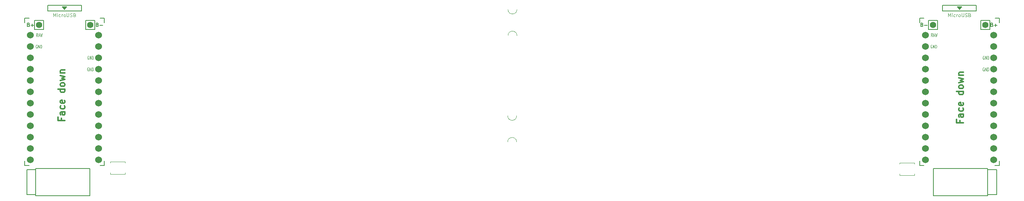
<source format=gbr>
%TF.GenerationSoftware,KiCad,Pcbnew,9.0.2*%
%TF.CreationDate,2025-05-16T23:43:09+01:00*%
%TF.ProjectId,my_sweepv2,6d795f73-7765-4657-9076-322e6b696361,rev?*%
%TF.SameCoordinates,Original*%
%TF.FileFunction,Legend,Top*%
%TF.FilePolarity,Positive*%
%FSLAX46Y46*%
G04 Gerber Fmt 4.6, Leading zero omitted, Abs format (unit mm)*
G04 Created by KiCad (PCBNEW 9.0.2) date 2025-05-16 23:43:09*
%MOMM*%
%LPD*%
G01*
G04 APERTURE LIST*
%ADD10C,0.300000*%
%ADD11C,0.120000*%
%ADD12C,0.125000*%
%ADD13C,0.150000*%
%ADD14C,0.100000*%
%ADD15C,1.524000*%
%ADD16C,1.397000*%
G04 APERTURE END LIST*
D10*
X230270614Y-72198857D02*
X230270614Y-72698857D01*
X231056328Y-72698857D02*
X229556328Y-72698857D01*
X229556328Y-72698857D02*
X229556328Y-71984571D01*
X231056328Y-70770286D02*
X230270614Y-70770286D01*
X230270614Y-70770286D02*
X230127757Y-70841714D01*
X230127757Y-70841714D02*
X230056328Y-70984571D01*
X230056328Y-70984571D02*
X230056328Y-71270286D01*
X230056328Y-71270286D02*
X230127757Y-71413143D01*
X230984900Y-70770286D02*
X231056328Y-70913143D01*
X231056328Y-70913143D02*
X231056328Y-71270286D01*
X231056328Y-71270286D02*
X230984900Y-71413143D01*
X230984900Y-71413143D02*
X230842042Y-71484571D01*
X230842042Y-71484571D02*
X230699185Y-71484571D01*
X230699185Y-71484571D02*
X230556328Y-71413143D01*
X230556328Y-71413143D02*
X230484900Y-71270286D01*
X230484900Y-71270286D02*
X230484900Y-70913143D01*
X230484900Y-70913143D02*
X230413471Y-70770286D01*
X230984900Y-69413143D02*
X231056328Y-69556000D01*
X231056328Y-69556000D02*
X231056328Y-69841714D01*
X231056328Y-69841714D02*
X230984900Y-69984571D01*
X230984900Y-69984571D02*
X230913471Y-70056000D01*
X230913471Y-70056000D02*
X230770614Y-70127428D01*
X230770614Y-70127428D02*
X230342042Y-70127428D01*
X230342042Y-70127428D02*
X230199185Y-70056000D01*
X230199185Y-70056000D02*
X230127757Y-69984571D01*
X230127757Y-69984571D02*
X230056328Y-69841714D01*
X230056328Y-69841714D02*
X230056328Y-69556000D01*
X230056328Y-69556000D02*
X230127757Y-69413143D01*
X230984900Y-68198857D02*
X231056328Y-68341714D01*
X231056328Y-68341714D02*
X231056328Y-68627429D01*
X231056328Y-68627429D02*
X230984900Y-68770286D01*
X230984900Y-68770286D02*
X230842042Y-68841714D01*
X230842042Y-68841714D02*
X230270614Y-68841714D01*
X230270614Y-68841714D02*
X230127757Y-68770286D01*
X230127757Y-68770286D02*
X230056328Y-68627429D01*
X230056328Y-68627429D02*
X230056328Y-68341714D01*
X230056328Y-68341714D02*
X230127757Y-68198857D01*
X230127757Y-68198857D02*
X230270614Y-68127429D01*
X230270614Y-68127429D02*
X230413471Y-68127429D01*
X230413471Y-68127429D02*
X230556328Y-68841714D01*
X231056328Y-65698858D02*
X229556328Y-65698858D01*
X230984900Y-65698858D02*
X231056328Y-65841715D01*
X231056328Y-65841715D02*
X231056328Y-66127429D01*
X231056328Y-66127429D02*
X230984900Y-66270286D01*
X230984900Y-66270286D02*
X230913471Y-66341715D01*
X230913471Y-66341715D02*
X230770614Y-66413143D01*
X230770614Y-66413143D02*
X230342042Y-66413143D01*
X230342042Y-66413143D02*
X230199185Y-66341715D01*
X230199185Y-66341715D02*
X230127757Y-66270286D01*
X230127757Y-66270286D02*
X230056328Y-66127429D01*
X230056328Y-66127429D02*
X230056328Y-65841715D01*
X230056328Y-65841715D02*
X230127757Y-65698858D01*
X231056328Y-64770286D02*
X230984900Y-64913143D01*
X230984900Y-64913143D02*
X230913471Y-64984572D01*
X230913471Y-64984572D02*
X230770614Y-65056000D01*
X230770614Y-65056000D02*
X230342042Y-65056000D01*
X230342042Y-65056000D02*
X230199185Y-64984572D01*
X230199185Y-64984572D02*
X230127757Y-64913143D01*
X230127757Y-64913143D02*
X230056328Y-64770286D01*
X230056328Y-64770286D02*
X230056328Y-64556000D01*
X230056328Y-64556000D02*
X230127757Y-64413143D01*
X230127757Y-64413143D02*
X230199185Y-64341715D01*
X230199185Y-64341715D02*
X230342042Y-64270286D01*
X230342042Y-64270286D02*
X230770614Y-64270286D01*
X230770614Y-64270286D02*
X230913471Y-64341715D01*
X230913471Y-64341715D02*
X230984900Y-64413143D01*
X230984900Y-64413143D02*
X231056328Y-64556000D01*
X231056328Y-64556000D02*
X231056328Y-64770286D01*
X230056328Y-63770286D02*
X231056328Y-63484572D01*
X231056328Y-63484572D02*
X230342042Y-63198857D01*
X230342042Y-63198857D02*
X231056328Y-62913143D01*
X231056328Y-62913143D02*
X230056328Y-62627429D01*
X230056328Y-62056000D02*
X231056328Y-62056000D01*
X230199185Y-62056000D02*
X230127757Y-61984571D01*
X230127757Y-61984571D02*
X230056328Y-61841714D01*
X230056328Y-61841714D02*
X230056328Y-61627428D01*
X230056328Y-61627428D02*
X230127757Y-61484571D01*
X230127757Y-61484571D02*
X230270614Y-61413143D01*
X230270614Y-61413143D02*
X231056328Y-61413143D01*
X29610614Y-71690857D02*
X29610614Y-72190857D01*
X30396328Y-72190857D02*
X28896328Y-72190857D01*
X28896328Y-72190857D02*
X28896328Y-71476571D01*
X30396328Y-70262286D02*
X29610614Y-70262286D01*
X29610614Y-70262286D02*
X29467757Y-70333714D01*
X29467757Y-70333714D02*
X29396328Y-70476571D01*
X29396328Y-70476571D02*
X29396328Y-70762286D01*
X29396328Y-70762286D02*
X29467757Y-70905143D01*
X30324900Y-70262286D02*
X30396328Y-70405143D01*
X30396328Y-70405143D02*
X30396328Y-70762286D01*
X30396328Y-70762286D02*
X30324900Y-70905143D01*
X30324900Y-70905143D02*
X30182042Y-70976571D01*
X30182042Y-70976571D02*
X30039185Y-70976571D01*
X30039185Y-70976571D02*
X29896328Y-70905143D01*
X29896328Y-70905143D02*
X29824900Y-70762286D01*
X29824900Y-70762286D02*
X29824900Y-70405143D01*
X29824900Y-70405143D02*
X29753471Y-70262286D01*
X30324900Y-68905143D02*
X30396328Y-69048000D01*
X30396328Y-69048000D02*
X30396328Y-69333714D01*
X30396328Y-69333714D02*
X30324900Y-69476571D01*
X30324900Y-69476571D02*
X30253471Y-69548000D01*
X30253471Y-69548000D02*
X30110614Y-69619428D01*
X30110614Y-69619428D02*
X29682042Y-69619428D01*
X29682042Y-69619428D02*
X29539185Y-69548000D01*
X29539185Y-69548000D02*
X29467757Y-69476571D01*
X29467757Y-69476571D02*
X29396328Y-69333714D01*
X29396328Y-69333714D02*
X29396328Y-69048000D01*
X29396328Y-69048000D02*
X29467757Y-68905143D01*
X30324900Y-67690857D02*
X30396328Y-67833714D01*
X30396328Y-67833714D02*
X30396328Y-68119429D01*
X30396328Y-68119429D02*
X30324900Y-68262286D01*
X30324900Y-68262286D02*
X30182042Y-68333714D01*
X30182042Y-68333714D02*
X29610614Y-68333714D01*
X29610614Y-68333714D02*
X29467757Y-68262286D01*
X29467757Y-68262286D02*
X29396328Y-68119429D01*
X29396328Y-68119429D02*
X29396328Y-67833714D01*
X29396328Y-67833714D02*
X29467757Y-67690857D01*
X29467757Y-67690857D02*
X29610614Y-67619429D01*
X29610614Y-67619429D02*
X29753471Y-67619429D01*
X29753471Y-67619429D02*
X29896328Y-68333714D01*
X30396328Y-65190858D02*
X28896328Y-65190858D01*
X30324900Y-65190858D02*
X30396328Y-65333715D01*
X30396328Y-65333715D02*
X30396328Y-65619429D01*
X30396328Y-65619429D02*
X30324900Y-65762286D01*
X30324900Y-65762286D02*
X30253471Y-65833715D01*
X30253471Y-65833715D02*
X30110614Y-65905143D01*
X30110614Y-65905143D02*
X29682042Y-65905143D01*
X29682042Y-65905143D02*
X29539185Y-65833715D01*
X29539185Y-65833715D02*
X29467757Y-65762286D01*
X29467757Y-65762286D02*
X29396328Y-65619429D01*
X29396328Y-65619429D02*
X29396328Y-65333715D01*
X29396328Y-65333715D02*
X29467757Y-65190858D01*
X30396328Y-64262286D02*
X30324900Y-64405143D01*
X30324900Y-64405143D02*
X30253471Y-64476572D01*
X30253471Y-64476572D02*
X30110614Y-64548000D01*
X30110614Y-64548000D02*
X29682042Y-64548000D01*
X29682042Y-64548000D02*
X29539185Y-64476572D01*
X29539185Y-64476572D02*
X29467757Y-64405143D01*
X29467757Y-64405143D02*
X29396328Y-64262286D01*
X29396328Y-64262286D02*
X29396328Y-64048000D01*
X29396328Y-64048000D02*
X29467757Y-63905143D01*
X29467757Y-63905143D02*
X29539185Y-63833715D01*
X29539185Y-63833715D02*
X29682042Y-63762286D01*
X29682042Y-63762286D02*
X30110614Y-63762286D01*
X30110614Y-63762286D02*
X30253471Y-63833715D01*
X30253471Y-63833715D02*
X30324900Y-63905143D01*
X30324900Y-63905143D02*
X30396328Y-64048000D01*
X30396328Y-64048000D02*
X30396328Y-64262286D01*
X29396328Y-63262286D02*
X30396328Y-62976572D01*
X30396328Y-62976572D02*
X29682042Y-62690857D01*
X29682042Y-62690857D02*
X30396328Y-62405143D01*
X30396328Y-62405143D02*
X29396328Y-62119429D01*
X29396328Y-61548000D02*
X30396328Y-61548000D01*
X29539185Y-61548000D02*
X29467757Y-61476571D01*
X29467757Y-61476571D02*
X29396328Y-61333714D01*
X29396328Y-61333714D02*
X29396328Y-61119428D01*
X29396328Y-61119428D02*
X29467757Y-60976571D01*
X29467757Y-60976571D02*
X29610614Y-60905143D01*
X29610614Y-60905143D02*
X30396328Y-60905143D01*
D11*
X227681571Y-48954724D02*
X227681571Y-48204724D01*
X227681571Y-48204724D02*
X227931571Y-48740438D01*
X227931571Y-48740438D02*
X228181571Y-48204724D01*
X228181571Y-48204724D02*
X228181571Y-48954724D01*
X228538714Y-48954724D02*
X228538714Y-48454724D01*
X228538714Y-48204724D02*
X228503000Y-48240438D01*
X228503000Y-48240438D02*
X228538714Y-48276152D01*
X228538714Y-48276152D02*
X228574428Y-48240438D01*
X228574428Y-48240438D02*
X228538714Y-48204724D01*
X228538714Y-48204724D02*
X228538714Y-48276152D01*
X229217286Y-48919010D02*
X229145857Y-48954724D01*
X229145857Y-48954724D02*
X229003000Y-48954724D01*
X229003000Y-48954724D02*
X228931571Y-48919010D01*
X228931571Y-48919010D02*
X228895857Y-48883295D01*
X228895857Y-48883295D02*
X228860143Y-48811867D01*
X228860143Y-48811867D02*
X228860143Y-48597581D01*
X228860143Y-48597581D02*
X228895857Y-48526152D01*
X228895857Y-48526152D02*
X228931571Y-48490438D01*
X228931571Y-48490438D02*
X229003000Y-48454724D01*
X229003000Y-48454724D02*
X229145857Y-48454724D01*
X229145857Y-48454724D02*
X229217286Y-48490438D01*
X229538714Y-48954724D02*
X229538714Y-48454724D01*
X229538714Y-48597581D02*
X229574428Y-48526152D01*
X229574428Y-48526152D02*
X229610143Y-48490438D01*
X229610143Y-48490438D02*
X229681571Y-48454724D01*
X229681571Y-48454724D02*
X229753000Y-48454724D01*
X230110143Y-48954724D02*
X230038714Y-48919010D01*
X230038714Y-48919010D02*
X230003000Y-48883295D01*
X230003000Y-48883295D02*
X229967286Y-48811867D01*
X229967286Y-48811867D02*
X229967286Y-48597581D01*
X229967286Y-48597581D02*
X230003000Y-48526152D01*
X230003000Y-48526152D02*
X230038714Y-48490438D01*
X230038714Y-48490438D02*
X230110143Y-48454724D01*
X230110143Y-48454724D02*
X230217286Y-48454724D01*
X230217286Y-48454724D02*
X230288714Y-48490438D01*
X230288714Y-48490438D02*
X230324429Y-48526152D01*
X230324429Y-48526152D02*
X230360143Y-48597581D01*
X230360143Y-48597581D02*
X230360143Y-48811867D01*
X230360143Y-48811867D02*
X230324429Y-48883295D01*
X230324429Y-48883295D02*
X230288714Y-48919010D01*
X230288714Y-48919010D02*
X230217286Y-48954724D01*
X230217286Y-48954724D02*
X230110143Y-48954724D01*
X230681571Y-48204724D02*
X230681571Y-48811867D01*
X230681571Y-48811867D02*
X230717285Y-48883295D01*
X230717285Y-48883295D02*
X230753000Y-48919010D01*
X230753000Y-48919010D02*
X230824428Y-48954724D01*
X230824428Y-48954724D02*
X230967285Y-48954724D01*
X230967285Y-48954724D02*
X231038714Y-48919010D01*
X231038714Y-48919010D02*
X231074428Y-48883295D01*
X231074428Y-48883295D02*
X231110142Y-48811867D01*
X231110142Y-48811867D02*
X231110142Y-48204724D01*
X231431571Y-48919010D02*
X231538714Y-48954724D01*
X231538714Y-48954724D02*
X231717285Y-48954724D01*
X231717285Y-48954724D02*
X231788714Y-48919010D01*
X231788714Y-48919010D02*
X231824428Y-48883295D01*
X231824428Y-48883295D02*
X231860142Y-48811867D01*
X231860142Y-48811867D02*
X231860142Y-48740438D01*
X231860142Y-48740438D02*
X231824428Y-48669010D01*
X231824428Y-48669010D02*
X231788714Y-48633295D01*
X231788714Y-48633295D02*
X231717285Y-48597581D01*
X231717285Y-48597581D02*
X231574428Y-48561867D01*
X231574428Y-48561867D02*
X231502999Y-48526152D01*
X231502999Y-48526152D02*
X231467285Y-48490438D01*
X231467285Y-48490438D02*
X231431571Y-48419010D01*
X231431571Y-48419010D02*
X231431571Y-48347581D01*
X231431571Y-48347581D02*
X231467285Y-48276152D01*
X231467285Y-48276152D02*
X231502999Y-48240438D01*
X231502999Y-48240438D02*
X231574428Y-48204724D01*
X231574428Y-48204724D02*
X231752999Y-48204724D01*
X231752999Y-48204724D02*
X231860142Y-48240438D01*
X232431571Y-48561867D02*
X232538714Y-48597581D01*
X232538714Y-48597581D02*
X232574428Y-48633295D01*
X232574428Y-48633295D02*
X232610142Y-48704724D01*
X232610142Y-48704724D02*
X232610142Y-48811867D01*
X232610142Y-48811867D02*
X232574428Y-48883295D01*
X232574428Y-48883295D02*
X232538714Y-48919010D01*
X232538714Y-48919010D02*
X232467285Y-48954724D01*
X232467285Y-48954724D02*
X232181571Y-48954724D01*
X232181571Y-48954724D02*
X232181571Y-48204724D01*
X232181571Y-48204724D02*
X232431571Y-48204724D01*
X232431571Y-48204724D02*
X232503000Y-48240438D01*
X232503000Y-48240438D02*
X232538714Y-48276152D01*
X232538714Y-48276152D02*
X232574428Y-48347581D01*
X232574428Y-48347581D02*
X232574428Y-48419010D01*
X232574428Y-48419010D02*
X232538714Y-48490438D01*
X232538714Y-48490438D02*
X232503000Y-48526152D01*
X232503000Y-48526152D02*
X232431571Y-48561867D01*
X232431571Y-48561867D02*
X232181571Y-48561867D01*
D12*
X235677047Y-57810178D02*
X235629428Y-57774464D01*
X235629428Y-57774464D02*
X235557999Y-57774464D01*
X235557999Y-57774464D02*
X235486571Y-57810178D01*
X235486571Y-57810178D02*
X235438952Y-57881607D01*
X235438952Y-57881607D02*
X235415142Y-57953035D01*
X235415142Y-57953035D02*
X235391333Y-58095892D01*
X235391333Y-58095892D02*
X235391333Y-58203035D01*
X235391333Y-58203035D02*
X235415142Y-58345892D01*
X235415142Y-58345892D02*
X235438952Y-58417321D01*
X235438952Y-58417321D02*
X235486571Y-58488750D01*
X235486571Y-58488750D02*
X235557999Y-58524464D01*
X235557999Y-58524464D02*
X235605618Y-58524464D01*
X235605618Y-58524464D02*
X235677047Y-58488750D01*
X235677047Y-58488750D02*
X235700856Y-58453035D01*
X235700856Y-58453035D02*
X235700856Y-58203035D01*
X235700856Y-58203035D02*
X235605618Y-58203035D01*
X235915142Y-58524464D02*
X235915142Y-57774464D01*
X235915142Y-57774464D02*
X236200856Y-58524464D01*
X236200856Y-58524464D02*
X236200856Y-57774464D01*
X236438952Y-58524464D02*
X236438952Y-57774464D01*
X236438952Y-57774464D02*
X236558000Y-57774464D01*
X236558000Y-57774464D02*
X236629428Y-57810178D01*
X236629428Y-57810178D02*
X236677047Y-57881607D01*
X236677047Y-57881607D02*
X236700857Y-57953035D01*
X236700857Y-57953035D02*
X236724666Y-58095892D01*
X236724666Y-58095892D02*
X236724666Y-58203035D01*
X236724666Y-58203035D02*
X236700857Y-58345892D01*
X236700857Y-58345892D02*
X236677047Y-58417321D01*
X236677047Y-58417321D02*
X236629428Y-58488750D01*
X236629428Y-58488750D02*
X236558000Y-58524464D01*
X236558000Y-58524464D02*
X236438952Y-58524464D01*
X224027047Y-55280178D02*
X223979428Y-55244464D01*
X223979428Y-55244464D02*
X223907999Y-55244464D01*
X223907999Y-55244464D02*
X223836571Y-55280178D01*
X223836571Y-55280178D02*
X223788952Y-55351607D01*
X223788952Y-55351607D02*
X223765142Y-55423035D01*
X223765142Y-55423035D02*
X223741333Y-55565892D01*
X223741333Y-55565892D02*
X223741333Y-55673035D01*
X223741333Y-55673035D02*
X223765142Y-55815892D01*
X223765142Y-55815892D02*
X223788952Y-55887321D01*
X223788952Y-55887321D02*
X223836571Y-55958750D01*
X223836571Y-55958750D02*
X223907999Y-55994464D01*
X223907999Y-55994464D02*
X223955618Y-55994464D01*
X223955618Y-55994464D02*
X224027047Y-55958750D01*
X224027047Y-55958750D02*
X224050856Y-55923035D01*
X224050856Y-55923035D02*
X224050856Y-55673035D01*
X224050856Y-55673035D02*
X223955618Y-55673035D01*
X224265142Y-55994464D02*
X224265142Y-55244464D01*
X224265142Y-55244464D02*
X224550856Y-55994464D01*
X224550856Y-55994464D02*
X224550856Y-55244464D01*
X224788952Y-55994464D02*
X224788952Y-55244464D01*
X224788952Y-55244464D02*
X224908000Y-55244464D01*
X224908000Y-55244464D02*
X224979428Y-55280178D01*
X224979428Y-55280178D02*
X225027047Y-55351607D01*
X225027047Y-55351607D02*
X225050857Y-55423035D01*
X225050857Y-55423035D02*
X225074666Y-55565892D01*
X225074666Y-55565892D02*
X225074666Y-55673035D01*
X225074666Y-55673035D02*
X225050857Y-55815892D01*
X225050857Y-55815892D02*
X225027047Y-55887321D01*
X225027047Y-55887321D02*
X224979428Y-55958750D01*
X224979428Y-55958750D02*
X224908000Y-55994464D01*
X224908000Y-55994464D02*
X224788952Y-55994464D01*
X235657047Y-60390178D02*
X235609428Y-60354464D01*
X235609428Y-60354464D02*
X235537999Y-60354464D01*
X235537999Y-60354464D02*
X235466571Y-60390178D01*
X235466571Y-60390178D02*
X235418952Y-60461607D01*
X235418952Y-60461607D02*
X235395142Y-60533035D01*
X235395142Y-60533035D02*
X235371333Y-60675892D01*
X235371333Y-60675892D02*
X235371333Y-60783035D01*
X235371333Y-60783035D02*
X235395142Y-60925892D01*
X235395142Y-60925892D02*
X235418952Y-60997321D01*
X235418952Y-60997321D02*
X235466571Y-61068750D01*
X235466571Y-61068750D02*
X235537999Y-61104464D01*
X235537999Y-61104464D02*
X235585618Y-61104464D01*
X235585618Y-61104464D02*
X235657047Y-61068750D01*
X235657047Y-61068750D02*
X235680856Y-61033035D01*
X235680856Y-61033035D02*
X235680856Y-60783035D01*
X235680856Y-60783035D02*
X235585618Y-60783035D01*
X235895142Y-61104464D02*
X235895142Y-60354464D01*
X235895142Y-60354464D02*
X236180856Y-61104464D01*
X236180856Y-61104464D02*
X236180856Y-60354464D01*
X236418952Y-61104464D02*
X236418952Y-60354464D01*
X236418952Y-60354464D02*
X236538000Y-60354464D01*
X236538000Y-60354464D02*
X236609428Y-60390178D01*
X236609428Y-60390178D02*
X236657047Y-60461607D01*
X236657047Y-60461607D02*
X236680857Y-60533035D01*
X236680857Y-60533035D02*
X236704666Y-60675892D01*
X236704666Y-60675892D02*
X236704666Y-60783035D01*
X236704666Y-60783035D02*
X236680857Y-60925892D01*
X236680857Y-60925892D02*
X236657047Y-60997321D01*
X236657047Y-60997321D02*
X236609428Y-61068750D01*
X236609428Y-61068750D02*
X236538000Y-61104464D01*
X236538000Y-61104464D02*
X236418952Y-61104464D01*
X224162761Y-53384464D02*
X223996095Y-53027321D01*
X223877047Y-53384464D02*
X223877047Y-52634464D01*
X223877047Y-52634464D02*
X224067523Y-52634464D01*
X224067523Y-52634464D02*
X224115142Y-52670178D01*
X224115142Y-52670178D02*
X224138952Y-52705892D01*
X224138952Y-52705892D02*
X224162761Y-52777321D01*
X224162761Y-52777321D02*
X224162761Y-52884464D01*
X224162761Y-52884464D02*
X224138952Y-52955892D01*
X224138952Y-52955892D02*
X224115142Y-52991607D01*
X224115142Y-52991607D02*
X224067523Y-53027321D01*
X224067523Y-53027321D02*
X223877047Y-53027321D01*
X224353238Y-53170178D02*
X224591333Y-53170178D01*
X224305619Y-53384464D02*
X224472285Y-52634464D01*
X224472285Y-52634464D02*
X224638952Y-53384464D01*
X224757999Y-52634464D02*
X224877047Y-53384464D01*
X224877047Y-53384464D02*
X224972285Y-52848750D01*
X224972285Y-52848750D02*
X225067523Y-53384464D01*
X225067523Y-53384464D02*
X225186571Y-52634464D01*
D13*
X237425895Y-50742464D02*
X237542009Y-50781169D01*
X237542009Y-50781169D02*
X237580714Y-50819873D01*
X237580714Y-50819873D02*
X237619418Y-50897283D01*
X237619418Y-50897283D02*
X237619418Y-51013397D01*
X237619418Y-51013397D02*
X237580714Y-51090807D01*
X237580714Y-51090807D02*
X237542009Y-51129512D01*
X237542009Y-51129512D02*
X237464599Y-51168216D01*
X237464599Y-51168216D02*
X237154961Y-51168216D01*
X237154961Y-51168216D02*
X237154961Y-50355416D01*
X237154961Y-50355416D02*
X237425895Y-50355416D01*
X237425895Y-50355416D02*
X237503304Y-50394121D01*
X237503304Y-50394121D02*
X237542009Y-50432826D01*
X237542009Y-50432826D02*
X237580714Y-50510235D01*
X237580714Y-50510235D02*
X237580714Y-50587645D01*
X237580714Y-50587645D02*
X237542009Y-50665054D01*
X237542009Y-50665054D02*
X237503304Y-50703759D01*
X237503304Y-50703759D02*
X237425895Y-50742464D01*
X237425895Y-50742464D02*
X237154961Y-50742464D01*
X237967761Y-50858578D02*
X238587038Y-50858578D01*
X238277399Y-51168216D02*
X238277399Y-50548940D01*
X221804895Y-50742464D02*
X221921009Y-50781169D01*
X221921009Y-50781169D02*
X221959714Y-50819873D01*
X221959714Y-50819873D02*
X221998418Y-50897283D01*
X221998418Y-50897283D02*
X221998418Y-51013397D01*
X221998418Y-51013397D02*
X221959714Y-51090807D01*
X221959714Y-51090807D02*
X221921009Y-51129512D01*
X221921009Y-51129512D02*
X221843599Y-51168216D01*
X221843599Y-51168216D02*
X221533961Y-51168216D01*
X221533961Y-51168216D02*
X221533961Y-50355416D01*
X221533961Y-50355416D02*
X221804895Y-50355416D01*
X221804895Y-50355416D02*
X221882304Y-50394121D01*
X221882304Y-50394121D02*
X221921009Y-50432826D01*
X221921009Y-50432826D02*
X221959714Y-50510235D01*
X221959714Y-50510235D02*
X221959714Y-50587645D01*
X221959714Y-50587645D02*
X221921009Y-50665054D01*
X221921009Y-50665054D02*
X221882304Y-50703759D01*
X221882304Y-50703759D02*
X221804895Y-50742464D01*
X221804895Y-50742464D02*
X221533961Y-50742464D01*
X222346761Y-50858578D02*
X222966038Y-50858578D01*
D12*
X24175047Y-55280178D02*
X24127428Y-55244464D01*
X24127428Y-55244464D02*
X24055999Y-55244464D01*
X24055999Y-55244464D02*
X23984571Y-55280178D01*
X23984571Y-55280178D02*
X23936952Y-55351607D01*
X23936952Y-55351607D02*
X23913142Y-55423035D01*
X23913142Y-55423035D02*
X23889333Y-55565892D01*
X23889333Y-55565892D02*
X23889333Y-55673035D01*
X23889333Y-55673035D02*
X23913142Y-55815892D01*
X23913142Y-55815892D02*
X23936952Y-55887321D01*
X23936952Y-55887321D02*
X23984571Y-55958750D01*
X23984571Y-55958750D02*
X24055999Y-55994464D01*
X24055999Y-55994464D02*
X24103618Y-55994464D01*
X24103618Y-55994464D02*
X24175047Y-55958750D01*
X24175047Y-55958750D02*
X24198856Y-55923035D01*
X24198856Y-55923035D02*
X24198856Y-55673035D01*
X24198856Y-55673035D02*
X24103618Y-55673035D01*
X24413142Y-55994464D02*
X24413142Y-55244464D01*
X24413142Y-55244464D02*
X24698856Y-55994464D01*
X24698856Y-55994464D02*
X24698856Y-55244464D01*
X24936952Y-55994464D02*
X24936952Y-55244464D01*
X24936952Y-55244464D02*
X25056000Y-55244464D01*
X25056000Y-55244464D02*
X25127428Y-55280178D01*
X25127428Y-55280178D02*
X25175047Y-55351607D01*
X25175047Y-55351607D02*
X25198857Y-55423035D01*
X25198857Y-55423035D02*
X25222666Y-55565892D01*
X25222666Y-55565892D02*
X25222666Y-55673035D01*
X25222666Y-55673035D02*
X25198857Y-55815892D01*
X25198857Y-55815892D02*
X25175047Y-55887321D01*
X25175047Y-55887321D02*
X25127428Y-55958750D01*
X25127428Y-55958750D02*
X25056000Y-55994464D01*
X25056000Y-55994464D02*
X24936952Y-55994464D01*
D11*
X27829571Y-48954724D02*
X27829571Y-48204724D01*
X27829571Y-48204724D02*
X28079571Y-48740438D01*
X28079571Y-48740438D02*
X28329571Y-48204724D01*
X28329571Y-48204724D02*
X28329571Y-48954724D01*
X28686714Y-48954724D02*
X28686714Y-48454724D01*
X28686714Y-48204724D02*
X28651000Y-48240438D01*
X28651000Y-48240438D02*
X28686714Y-48276152D01*
X28686714Y-48276152D02*
X28722428Y-48240438D01*
X28722428Y-48240438D02*
X28686714Y-48204724D01*
X28686714Y-48204724D02*
X28686714Y-48276152D01*
X29365286Y-48919010D02*
X29293857Y-48954724D01*
X29293857Y-48954724D02*
X29151000Y-48954724D01*
X29151000Y-48954724D02*
X29079571Y-48919010D01*
X29079571Y-48919010D02*
X29043857Y-48883295D01*
X29043857Y-48883295D02*
X29008143Y-48811867D01*
X29008143Y-48811867D02*
X29008143Y-48597581D01*
X29008143Y-48597581D02*
X29043857Y-48526152D01*
X29043857Y-48526152D02*
X29079571Y-48490438D01*
X29079571Y-48490438D02*
X29151000Y-48454724D01*
X29151000Y-48454724D02*
X29293857Y-48454724D01*
X29293857Y-48454724D02*
X29365286Y-48490438D01*
X29686714Y-48954724D02*
X29686714Y-48454724D01*
X29686714Y-48597581D02*
X29722428Y-48526152D01*
X29722428Y-48526152D02*
X29758143Y-48490438D01*
X29758143Y-48490438D02*
X29829571Y-48454724D01*
X29829571Y-48454724D02*
X29901000Y-48454724D01*
X30258143Y-48954724D02*
X30186714Y-48919010D01*
X30186714Y-48919010D02*
X30151000Y-48883295D01*
X30151000Y-48883295D02*
X30115286Y-48811867D01*
X30115286Y-48811867D02*
X30115286Y-48597581D01*
X30115286Y-48597581D02*
X30151000Y-48526152D01*
X30151000Y-48526152D02*
X30186714Y-48490438D01*
X30186714Y-48490438D02*
X30258143Y-48454724D01*
X30258143Y-48454724D02*
X30365286Y-48454724D01*
X30365286Y-48454724D02*
X30436714Y-48490438D01*
X30436714Y-48490438D02*
X30472429Y-48526152D01*
X30472429Y-48526152D02*
X30508143Y-48597581D01*
X30508143Y-48597581D02*
X30508143Y-48811867D01*
X30508143Y-48811867D02*
X30472429Y-48883295D01*
X30472429Y-48883295D02*
X30436714Y-48919010D01*
X30436714Y-48919010D02*
X30365286Y-48954724D01*
X30365286Y-48954724D02*
X30258143Y-48954724D01*
X30829571Y-48204724D02*
X30829571Y-48811867D01*
X30829571Y-48811867D02*
X30865285Y-48883295D01*
X30865285Y-48883295D02*
X30901000Y-48919010D01*
X30901000Y-48919010D02*
X30972428Y-48954724D01*
X30972428Y-48954724D02*
X31115285Y-48954724D01*
X31115285Y-48954724D02*
X31186714Y-48919010D01*
X31186714Y-48919010D02*
X31222428Y-48883295D01*
X31222428Y-48883295D02*
X31258142Y-48811867D01*
X31258142Y-48811867D02*
X31258142Y-48204724D01*
X31579571Y-48919010D02*
X31686714Y-48954724D01*
X31686714Y-48954724D02*
X31865285Y-48954724D01*
X31865285Y-48954724D02*
X31936714Y-48919010D01*
X31936714Y-48919010D02*
X31972428Y-48883295D01*
X31972428Y-48883295D02*
X32008142Y-48811867D01*
X32008142Y-48811867D02*
X32008142Y-48740438D01*
X32008142Y-48740438D02*
X31972428Y-48669010D01*
X31972428Y-48669010D02*
X31936714Y-48633295D01*
X31936714Y-48633295D02*
X31865285Y-48597581D01*
X31865285Y-48597581D02*
X31722428Y-48561867D01*
X31722428Y-48561867D02*
X31650999Y-48526152D01*
X31650999Y-48526152D02*
X31615285Y-48490438D01*
X31615285Y-48490438D02*
X31579571Y-48419010D01*
X31579571Y-48419010D02*
X31579571Y-48347581D01*
X31579571Y-48347581D02*
X31615285Y-48276152D01*
X31615285Y-48276152D02*
X31650999Y-48240438D01*
X31650999Y-48240438D02*
X31722428Y-48204724D01*
X31722428Y-48204724D02*
X31900999Y-48204724D01*
X31900999Y-48204724D02*
X32008142Y-48240438D01*
X32579571Y-48561867D02*
X32686714Y-48597581D01*
X32686714Y-48597581D02*
X32722428Y-48633295D01*
X32722428Y-48633295D02*
X32758142Y-48704724D01*
X32758142Y-48704724D02*
X32758142Y-48811867D01*
X32758142Y-48811867D02*
X32722428Y-48883295D01*
X32722428Y-48883295D02*
X32686714Y-48919010D01*
X32686714Y-48919010D02*
X32615285Y-48954724D01*
X32615285Y-48954724D02*
X32329571Y-48954724D01*
X32329571Y-48954724D02*
X32329571Y-48204724D01*
X32329571Y-48204724D02*
X32579571Y-48204724D01*
X32579571Y-48204724D02*
X32651000Y-48240438D01*
X32651000Y-48240438D02*
X32686714Y-48276152D01*
X32686714Y-48276152D02*
X32722428Y-48347581D01*
X32722428Y-48347581D02*
X32722428Y-48419010D01*
X32722428Y-48419010D02*
X32686714Y-48490438D01*
X32686714Y-48490438D02*
X32651000Y-48526152D01*
X32651000Y-48526152D02*
X32579571Y-48561867D01*
X32579571Y-48561867D02*
X32329571Y-48561867D01*
D12*
X35707047Y-57810178D02*
X35659428Y-57774464D01*
X35659428Y-57774464D02*
X35587999Y-57774464D01*
X35587999Y-57774464D02*
X35516571Y-57810178D01*
X35516571Y-57810178D02*
X35468952Y-57881607D01*
X35468952Y-57881607D02*
X35445142Y-57953035D01*
X35445142Y-57953035D02*
X35421333Y-58095892D01*
X35421333Y-58095892D02*
X35421333Y-58203035D01*
X35421333Y-58203035D02*
X35445142Y-58345892D01*
X35445142Y-58345892D02*
X35468952Y-58417321D01*
X35468952Y-58417321D02*
X35516571Y-58488750D01*
X35516571Y-58488750D02*
X35587999Y-58524464D01*
X35587999Y-58524464D02*
X35635618Y-58524464D01*
X35635618Y-58524464D02*
X35707047Y-58488750D01*
X35707047Y-58488750D02*
X35730856Y-58453035D01*
X35730856Y-58453035D02*
X35730856Y-58203035D01*
X35730856Y-58203035D02*
X35635618Y-58203035D01*
X35945142Y-58524464D02*
X35945142Y-57774464D01*
X35945142Y-57774464D02*
X36230856Y-58524464D01*
X36230856Y-58524464D02*
X36230856Y-57774464D01*
X36468952Y-58524464D02*
X36468952Y-57774464D01*
X36468952Y-57774464D02*
X36588000Y-57774464D01*
X36588000Y-57774464D02*
X36659428Y-57810178D01*
X36659428Y-57810178D02*
X36707047Y-57881607D01*
X36707047Y-57881607D02*
X36730857Y-57953035D01*
X36730857Y-57953035D02*
X36754666Y-58095892D01*
X36754666Y-58095892D02*
X36754666Y-58203035D01*
X36754666Y-58203035D02*
X36730857Y-58345892D01*
X36730857Y-58345892D02*
X36707047Y-58417321D01*
X36707047Y-58417321D02*
X36659428Y-58488750D01*
X36659428Y-58488750D02*
X36588000Y-58524464D01*
X36588000Y-58524464D02*
X36468952Y-58524464D01*
X24310761Y-53384464D02*
X24144095Y-53027321D01*
X24025047Y-53384464D02*
X24025047Y-52634464D01*
X24025047Y-52634464D02*
X24215523Y-52634464D01*
X24215523Y-52634464D02*
X24263142Y-52670178D01*
X24263142Y-52670178D02*
X24286952Y-52705892D01*
X24286952Y-52705892D02*
X24310761Y-52777321D01*
X24310761Y-52777321D02*
X24310761Y-52884464D01*
X24310761Y-52884464D02*
X24286952Y-52955892D01*
X24286952Y-52955892D02*
X24263142Y-52991607D01*
X24263142Y-52991607D02*
X24215523Y-53027321D01*
X24215523Y-53027321D02*
X24025047Y-53027321D01*
X24501238Y-53170178D02*
X24739333Y-53170178D01*
X24453619Y-53384464D02*
X24620285Y-52634464D01*
X24620285Y-52634464D02*
X24786952Y-53384464D01*
X24905999Y-52634464D02*
X25025047Y-53384464D01*
X25025047Y-53384464D02*
X25120285Y-52848750D01*
X25120285Y-52848750D02*
X25215523Y-53384464D01*
X25215523Y-53384464D02*
X25334571Y-52634464D01*
X35687047Y-60390178D02*
X35639428Y-60354464D01*
X35639428Y-60354464D02*
X35567999Y-60354464D01*
X35567999Y-60354464D02*
X35496571Y-60390178D01*
X35496571Y-60390178D02*
X35448952Y-60461607D01*
X35448952Y-60461607D02*
X35425142Y-60533035D01*
X35425142Y-60533035D02*
X35401333Y-60675892D01*
X35401333Y-60675892D02*
X35401333Y-60783035D01*
X35401333Y-60783035D02*
X35425142Y-60925892D01*
X35425142Y-60925892D02*
X35448952Y-60997321D01*
X35448952Y-60997321D02*
X35496571Y-61068750D01*
X35496571Y-61068750D02*
X35567999Y-61104464D01*
X35567999Y-61104464D02*
X35615618Y-61104464D01*
X35615618Y-61104464D02*
X35687047Y-61068750D01*
X35687047Y-61068750D02*
X35710856Y-61033035D01*
X35710856Y-61033035D02*
X35710856Y-60783035D01*
X35710856Y-60783035D02*
X35615618Y-60783035D01*
X35925142Y-61104464D02*
X35925142Y-60354464D01*
X35925142Y-60354464D02*
X36210856Y-61104464D01*
X36210856Y-61104464D02*
X36210856Y-60354464D01*
X36448952Y-61104464D02*
X36448952Y-60354464D01*
X36448952Y-60354464D02*
X36568000Y-60354464D01*
X36568000Y-60354464D02*
X36639428Y-60390178D01*
X36639428Y-60390178D02*
X36687047Y-60461607D01*
X36687047Y-60461607D02*
X36710857Y-60533035D01*
X36710857Y-60533035D02*
X36734666Y-60675892D01*
X36734666Y-60675892D02*
X36734666Y-60783035D01*
X36734666Y-60783035D02*
X36710857Y-60925892D01*
X36710857Y-60925892D02*
X36687047Y-60997321D01*
X36687047Y-60997321D02*
X36639428Y-61068750D01*
X36639428Y-61068750D02*
X36568000Y-61104464D01*
X36568000Y-61104464D02*
X36448952Y-61104464D01*
D13*
X37654895Y-50742464D02*
X37771009Y-50781169D01*
X37771009Y-50781169D02*
X37809714Y-50819873D01*
X37809714Y-50819873D02*
X37848418Y-50897283D01*
X37848418Y-50897283D02*
X37848418Y-51013397D01*
X37848418Y-51013397D02*
X37809714Y-51090807D01*
X37809714Y-51090807D02*
X37771009Y-51129512D01*
X37771009Y-51129512D02*
X37693599Y-51168216D01*
X37693599Y-51168216D02*
X37383961Y-51168216D01*
X37383961Y-51168216D02*
X37383961Y-50355416D01*
X37383961Y-50355416D02*
X37654895Y-50355416D01*
X37654895Y-50355416D02*
X37732304Y-50394121D01*
X37732304Y-50394121D02*
X37771009Y-50432826D01*
X37771009Y-50432826D02*
X37809714Y-50510235D01*
X37809714Y-50510235D02*
X37809714Y-50587645D01*
X37809714Y-50587645D02*
X37771009Y-50665054D01*
X37771009Y-50665054D02*
X37732304Y-50703759D01*
X37732304Y-50703759D02*
X37654895Y-50742464D01*
X37654895Y-50742464D02*
X37383961Y-50742464D01*
X38196761Y-50858578D02*
X38816038Y-50858578D01*
X22287895Y-50742464D02*
X22404009Y-50781169D01*
X22404009Y-50781169D02*
X22442714Y-50819873D01*
X22442714Y-50819873D02*
X22481418Y-50897283D01*
X22481418Y-50897283D02*
X22481418Y-51013397D01*
X22481418Y-51013397D02*
X22442714Y-51090807D01*
X22442714Y-51090807D02*
X22404009Y-51129512D01*
X22404009Y-51129512D02*
X22326599Y-51168216D01*
X22326599Y-51168216D02*
X22016961Y-51168216D01*
X22016961Y-51168216D02*
X22016961Y-50355416D01*
X22016961Y-50355416D02*
X22287895Y-50355416D01*
X22287895Y-50355416D02*
X22365304Y-50394121D01*
X22365304Y-50394121D02*
X22404009Y-50432826D01*
X22404009Y-50432826D02*
X22442714Y-50510235D01*
X22442714Y-50510235D02*
X22442714Y-50587645D01*
X22442714Y-50587645D02*
X22404009Y-50665054D01*
X22404009Y-50665054D02*
X22365304Y-50703759D01*
X22365304Y-50703759D02*
X22287895Y-50742464D01*
X22287895Y-50742464D02*
X22016961Y-50742464D01*
X22829761Y-50858578D02*
X23449038Y-50858578D01*
X23139399Y-51168216D02*
X23139399Y-50548940D01*
%TO.C,U1*%
X221278000Y-49264000D02*
X221278000Y-50264000D01*
X221278000Y-49264000D02*
X222278000Y-49264000D01*
X221278000Y-81264000D02*
X221278000Y-82314000D01*
X221278000Y-82314000D02*
X222278000Y-82314000D01*
X226428000Y-46364000D02*
X226428000Y-47664000D01*
X226428000Y-47664000D02*
X233928000Y-47664000D01*
X229678000Y-46714000D02*
X230678000Y-46714000D01*
X229828000Y-46864000D02*
X230528000Y-46864000D01*
X229928000Y-47014000D02*
X230428000Y-47014000D01*
X230028000Y-47164000D02*
X230328000Y-47164000D01*
X230178000Y-47364000D02*
X229678000Y-46714000D01*
X230678000Y-46714000D02*
X230178000Y-47364000D01*
X233928000Y-46364000D02*
X226428000Y-46364000D01*
X233928000Y-47664000D02*
X233928000Y-46364000D01*
X239078000Y-49264000D02*
X238128000Y-49264000D01*
X239078000Y-49264000D02*
X239078000Y-50264000D01*
X239078000Y-81314000D02*
X239078000Y-82314000D01*
X239078000Y-82314000D02*
X238068000Y-82314000D01*
%TO.C,J2*%
X224374000Y-89102000D02*
X224374000Y-83002000D01*
X236474000Y-83002000D02*
X224374000Y-83002000D01*
X236474000Y-83252000D02*
X238474000Y-83252000D01*
X236474000Y-88852000D02*
X238474000Y-88852000D01*
X236474000Y-89102000D02*
X224374000Y-89102000D01*
X236474000Y-89102000D02*
X236474000Y-83002000D01*
X238474000Y-88852000D02*
X238474000Y-83252000D01*
D14*
%TO.C,mouse-bite-2mm-slot*%
X129285481Y-77013748D02*
G75*
G02*
X131285481Y-77013748I1000000J0D01*
G01*
X131285481Y-71171748D02*
G75*
G02*
X129285481Y-71171748I-1000000J0D01*
G01*
D11*
%TO.C,RSW1*%
X216790000Y-81658000D02*
X220090000Y-81658000D01*
X216790000Y-81958000D02*
X216790000Y-81658000D01*
X216790000Y-84158000D02*
X216790000Y-84458000D01*
X216790000Y-84458000D02*
X220090000Y-84458000D01*
X220090000Y-81658000D02*
X220090000Y-81958000D01*
X220090000Y-84458000D02*
X220090000Y-84158000D01*
D13*
%TO.C,B+*%
X234966000Y-49800000D02*
X234966000Y-51800000D01*
X234966000Y-51800000D02*
X236966000Y-51800000D01*
X236966000Y-49800000D02*
X234966000Y-49800000D01*
X236966000Y-51800000D02*
X236966000Y-49800000D01*
%TO.C,B-*%
X223282000Y-49800000D02*
X223282000Y-51800000D01*
X223282000Y-51800000D02*
X225282000Y-51800000D01*
X225282000Y-49800000D02*
X223282000Y-49800000D01*
X225282000Y-51800000D02*
X225282000Y-49800000D01*
%TO.C,U2*%
X21426000Y-49264000D02*
X21426000Y-50264000D01*
X21426000Y-49264000D02*
X22426000Y-49264000D01*
X21426000Y-81264000D02*
X21426000Y-82314000D01*
X21426000Y-82314000D02*
X22426000Y-82314000D01*
X26576000Y-46364000D02*
X26576000Y-47664000D01*
X26576000Y-47664000D02*
X34076000Y-47664000D01*
X29826000Y-46714000D02*
X30826000Y-46714000D01*
X29976000Y-46864000D02*
X30676000Y-46864000D01*
X30076000Y-47014000D02*
X30576000Y-47014000D01*
X30176000Y-47164000D02*
X30476000Y-47164000D01*
X30326000Y-47364000D02*
X29826000Y-46714000D01*
X30826000Y-46714000D02*
X30326000Y-47364000D01*
X34076000Y-46364000D02*
X26576000Y-46364000D01*
X34076000Y-47664000D02*
X34076000Y-46364000D01*
X39226000Y-49264000D02*
X38276000Y-49264000D01*
X39226000Y-49264000D02*
X39226000Y-50264000D01*
X39226000Y-81314000D02*
X39226000Y-82314000D01*
X39226000Y-82314000D02*
X38216000Y-82314000D01*
%TO.C,J1*%
X21876000Y-83252000D02*
X21876000Y-88852000D01*
X23876000Y-83002000D02*
X23876000Y-89102000D01*
X23876000Y-83002000D02*
X35976000Y-83002000D01*
X23876000Y-83252000D02*
X21876000Y-83252000D01*
X23876000Y-88852000D02*
X21876000Y-88852000D01*
X23876000Y-89102000D02*
X35976000Y-89102000D01*
X35976000Y-83002000D02*
X35976000Y-89102000D01*
%TO.C,B-*%
X35068000Y-49800000D02*
X35068000Y-51800000D01*
X35068000Y-51800000D02*
X37068000Y-51800000D01*
X37068000Y-49800000D02*
X35068000Y-49800000D01*
X37068000Y-51800000D02*
X37068000Y-49800000D01*
%TO.C,B+*%
X23638000Y-49800000D02*
X23638000Y-51800000D01*
X23638000Y-51800000D02*
X25638000Y-51800000D01*
X25638000Y-49800000D02*
X23638000Y-49800000D01*
X25638000Y-51800000D02*
X25638000Y-49800000D01*
D11*
%TO.C,RSW2*%
X40514000Y-81404000D02*
X43814000Y-81404000D01*
X40514000Y-81704000D02*
X40514000Y-81404000D01*
X40514000Y-83904000D02*
X40514000Y-84204000D01*
X40514000Y-84204000D02*
X43814000Y-84204000D01*
X43814000Y-81404000D02*
X43814000Y-81704000D01*
X43814000Y-84204000D02*
X43814000Y-83904000D01*
D14*
%TO.C,mouse-bite-2mm-slot*%
X129353938Y-53187000D02*
G75*
G02*
X131353938Y-53187000I1000000J0D01*
G01*
X131353938Y-47345000D02*
G75*
G02*
X129353938Y-47345000I-1000000J0D01*
G01*
%TD*%
D15*
%TO.C,U1*%
X237789400Y-53086000D03*
X237789400Y-55626000D03*
X237789400Y-58166000D03*
X237789400Y-60706000D03*
X237789400Y-63246000D03*
X237789400Y-65786000D03*
X237789400Y-68326000D03*
X237789400Y-70866000D03*
X237789400Y-73406000D03*
X237789400Y-75946000D03*
X237789400Y-78486000D03*
X237789400Y-81026000D03*
X222569400Y-81026000D03*
X222569400Y-78486000D03*
X222569400Y-75946000D03*
X222569400Y-73406000D03*
X222569400Y-70866000D03*
X222569400Y-68326000D03*
X222569400Y-65786000D03*
X222569400Y-63246000D03*
X222569400Y-60706000D03*
X222569400Y-58166000D03*
X222569400Y-55626000D03*
X222569400Y-53086000D03*
%TD*%
D16*
%TO.C,B+*%
X235966000Y-50800000D03*
%TD*%
%TO.C,B-*%
X224282000Y-50800000D03*
%TD*%
D15*
%TO.C,U2*%
X37937400Y-53086000D03*
X37937400Y-55626000D03*
X37937400Y-58166000D03*
X37937400Y-60706000D03*
X37937400Y-63246000D03*
X37937400Y-65786000D03*
X37937400Y-68326000D03*
X37937400Y-70866000D03*
X37937400Y-73406000D03*
X37937400Y-75946000D03*
X37937400Y-78486000D03*
X37937400Y-81026000D03*
X22717400Y-81026000D03*
X22717400Y-78486000D03*
X22717400Y-75946000D03*
X22717400Y-73406000D03*
X22717400Y-70866000D03*
X22717400Y-68326000D03*
X22717400Y-65786000D03*
X22717400Y-63246000D03*
X22717400Y-60706000D03*
X22717400Y-58166000D03*
X22717400Y-55626000D03*
X22717400Y-53086000D03*
%TD*%
D16*
%TO.C,B-*%
X36068000Y-50800000D03*
%TD*%
%TO.C,B+*%
X24638000Y-50800000D03*
%TD*%
M02*

</source>
